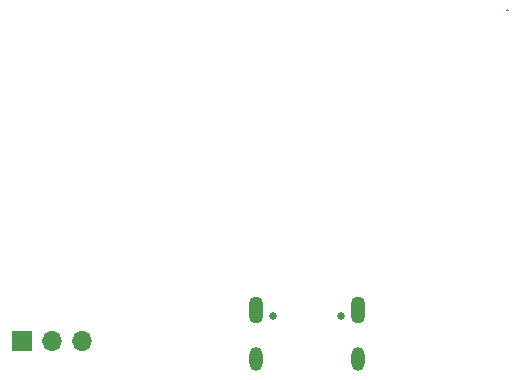
<source format=gbr>
%TF.GenerationSoftware,KiCad,Pcbnew,7.0.10*%
%TF.CreationDate,2025-07-15T10:48:48-04:00*%
%TF.ProjectId,EMGauntlet,454d4761-756e-4746-9c65-742e6b696361,rev?*%
%TF.SameCoordinates,Original*%
%TF.FileFunction,Soldermask,Bot*%
%TF.FilePolarity,Negative*%
%FSLAX46Y46*%
G04 Gerber Fmt 4.6, Leading zero omitted, Abs format (unit mm)*
G04 Created by KiCad (PCBNEW 7.0.10) date 2025-07-15 10:48:48*
%MOMM*%
%LPD*%
G01*
G04 APERTURE LIST*
%ADD10R,1.700000X1.700000*%
%ADD11O,1.700000X1.700000*%
%ADD12C,0.650000*%
%ADD13O,1.254000X2.304000*%
%ADD14O,1.104000X2.004000*%
G04 APERTURE END LIST*
%TO.C,G\u002A\u002A\u002A*%
G36*
X176614545Y-90912278D02*
G01*
X176610108Y-90945790D01*
X176499090Y-91034546D01*
X176472962Y-91033222D01*
X176383636Y-90983632D01*
X176388949Y-90965112D01*
X176499090Y-90861364D01*
X176543813Y-90843324D01*
X176614545Y-90912278D01*
G37*
%TD*%
D10*
%TO.C,J2*%
X135420000Y-119000000D03*
D11*
X137960000Y-119000000D03*
X140500000Y-119000000D03*
%TD*%
D12*
%TO.C,J3*%
X156610000Y-116820000D03*
X162390000Y-116820000D03*
D13*
X155180000Y-116320000D03*
X163820000Y-116320000D03*
D14*
X155180000Y-120500000D03*
X163820000Y-120500000D03*
%TD*%
M02*

</source>
